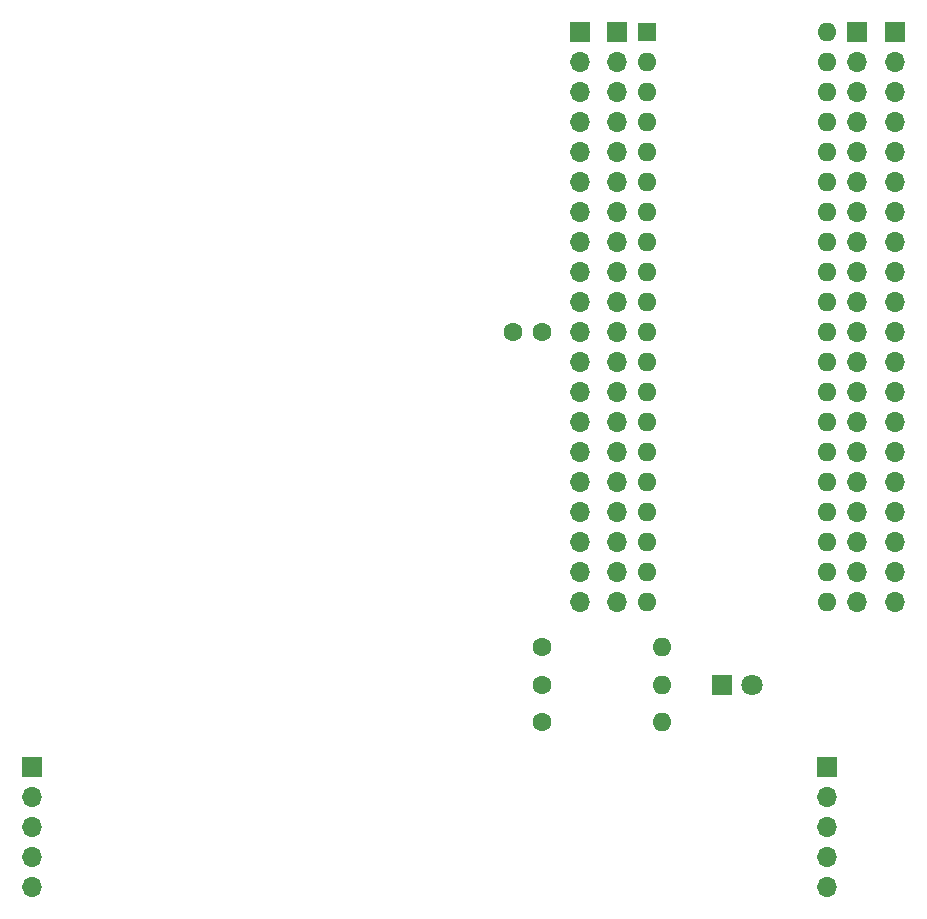
<source format=gts>
G04 #@! TF.GenerationSoftware,KiCad,Pcbnew,(6.0.10-0)*
G04 #@! TF.CreationDate,2023-01-04T21:44:57+09:00*
G04 #@! TF.ProjectId,MEZ80LED,4d455a38-304c-4454-942e-6b696361645f,A*
G04 #@! TF.SameCoordinates,PX5ee3fe0PY8f872a0*
G04 #@! TF.FileFunction,Soldermask,Top*
G04 #@! TF.FilePolarity,Negative*
%FSLAX46Y46*%
G04 Gerber Fmt 4.6, Leading zero omitted, Abs format (unit mm)*
G04 Created by KiCad (PCBNEW (6.0.10-0)) date 2023-01-04 21:44:57*
%MOMM*%
%LPD*%
G01*
G04 APERTURE LIST*
%ADD10C,1.600000*%
%ADD11O,1.600000X1.600000*%
%ADD12R,1.600000X1.600000*%
%ADD13R,1.700000X1.700000*%
%ADD14O,1.700000X1.700000*%
%ADD15R,1.800000X1.800000*%
%ADD16C,1.800000*%
G04 APERTURE END LIST*
D10*
X45085000Y22860000D03*
D11*
X55245000Y22860000D03*
D12*
X53970000Y74930000D03*
D11*
X53970000Y72390000D03*
X53970000Y69850000D03*
X53970000Y67310000D03*
X53970000Y64770000D03*
X53970000Y62230000D03*
X53970000Y59690000D03*
X53970000Y57150000D03*
X53970000Y54610000D03*
X53970000Y52070000D03*
X53970000Y49530000D03*
X53970000Y46990000D03*
X53970000Y44450000D03*
X53970000Y41910000D03*
X53970000Y39370000D03*
X53970000Y36830000D03*
X53970000Y34290000D03*
X53970000Y31750000D03*
X53970000Y29210000D03*
X53970000Y26670000D03*
X69210000Y26670000D03*
X69210000Y29210000D03*
X69210000Y31750000D03*
X69210000Y34290000D03*
X69210000Y36830000D03*
X69210000Y39370000D03*
X69210000Y41910000D03*
X69210000Y44450000D03*
X69210000Y46990000D03*
X69210000Y49530000D03*
X69210000Y52070000D03*
X69210000Y54610000D03*
X69210000Y57150000D03*
X69210000Y59690000D03*
X69210000Y62230000D03*
X69210000Y64770000D03*
X69210000Y67310000D03*
X69210000Y69850000D03*
X69210000Y72390000D03*
X69210000Y74930000D03*
D13*
X1905000Y12695000D03*
D14*
X1905000Y10155000D03*
X1905000Y7615000D03*
X1905000Y5075000D03*
X1905000Y2535000D03*
D13*
X48260000Y74930000D03*
D14*
X48260000Y72390000D03*
X48260000Y69850000D03*
X48260000Y67310000D03*
X48260000Y64770000D03*
X48260000Y62230000D03*
X48260000Y59690000D03*
X48260000Y57150000D03*
X48260000Y54610000D03*
X48260000Y52070000D03*
X48260000Y49530000D03*
X48260000Y46990000D03*
X48260000Y44450000D03*
X48260000Y41910000D03*
X48260000Y39370000D03*
X48260000Y36830000D03*
X48260000Y34290000D03*
X48260000Y31750000D03*
X48260000Y29210000D03*
X48260000Y26670000D03*
D10*
X45085000Y49530000D03*
X42585000Y49530000D03*
X45085000Y16510000D03*
D11*
X55245000Y16510000D03*
D10*
X45085000Y19685000D03*
D11*
X55245000Y19685000D03*
D13*
X74930000Y74930000D03*
D14*
X74930000Y72390000D03*
X74930000Y69850000D03*
X74930000Y67310000D03*
X74930000Y64770000D03*
X74930000Y62230000D03*
X74930000Y59690000D03*
X74930000Y57150000D03*
X74930000Y54610000D03*
X74930000Y52070000D03*
X74930000Y49530000D03*
X74930000Y46990000D03*
X74930000Y44450000D03*
X74930000Y41910000D03*
X74930000Y39370000D03*
X74930000Y36830000D03*
X74930000Y34290000D03*
X74930000Y31750000D03*
X74930000Y29210000D03*
X74930000Y26670000D03*
D13*
X69215000Y12695000D03*
D14*
X69215000Y10155000D03*
X69215000Y7615000D03*
X69215000Y5075000D03*
X69215000Y2535000D03*
D15*
X60325000Y19685000D03*
D16*
X62865000Y19685000D03*
D13*
X71755000Y74930000D03*
D14*
X71755000Y72390000D03*
X71755000Y69850000D03*
X71755000Y67310000D03*
X71755000Y64770000D03*
X71755000Y62230000D03*
X71755000Y59690000D03*
X71755000Y57150000D03*
X71755000Y54610000D03*
X71755000Y52070000D03*
X71755000Y49530000D03*
X71755000Y46990000D03*
X71755000Y44450000D03*
X71755000Y41910000D03*
X71755000Y39370000D03*
X71755000Y36830000D03*
X71755000Y34290000D03*
X71755000Y31750000D03*
X71755000Y29210000D03*
X71755000Y26670000D03*
D13*
X51435000Y74930000D03*
D14*
X51435000Y72390000D03*
X51435000Y69850000D03*
X51435000Y67310000D03*
X51435000Y64770000D03*
X51435000Y62230000D03*
X51435000Y59690000D03*
X51435000Y57150000D03*
X51435000Y54610000D03*
X51435000Y52070000D03*
X51435000Y49530000D03*
X51435000Y46990000D03*
X51435000Y44450000D03*
X51435000Y41910000D03*
X51435000Y39370000D03*
X51435000Y36830000D03*
X51435000Y34290000D03*
X51435000Y31750000D03*
X51435000Y29210000D03*
X51435000Y26670000D03*
M02*

</source>
